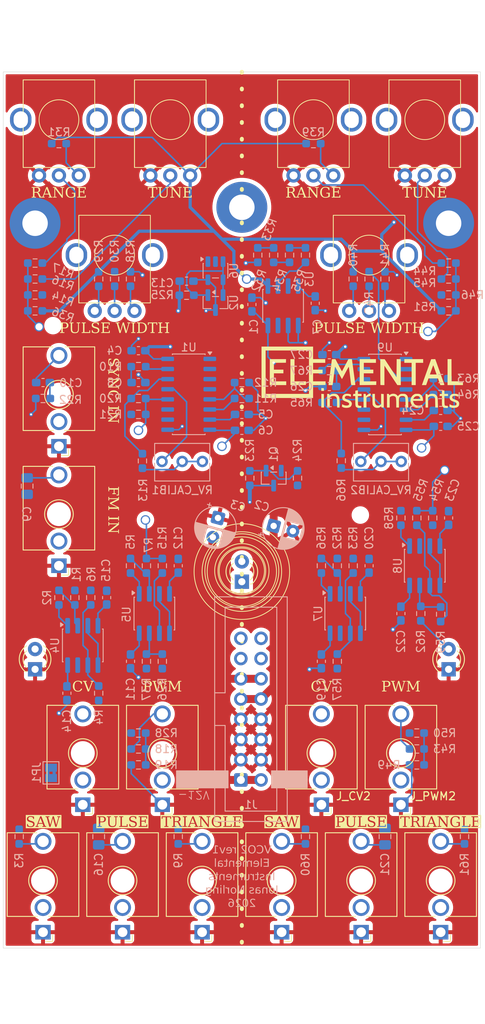
<source format=kicad_pcb>
(kicad_pcb (version 20241229) (generator "pcbnew") (generator_version "9.0")
  (layers (0 "F.Cu" power) (4 "In1.Cu" signal) (6 "In2.Cu" power) (2 "B.Cu" signal) (13 "F.Paste" user) (15 "B.Paste" user) (5 "F.SilkS" user "F.Silkscreen") (7 "B.SilkS" user "B.Silkscreen") (1 "F.Mask" user) (3 "B.Mask" user) (25 "Edge.Cuts" user))
  (net 0 "")
  (net 1 "-12V")
  (net 3 "GND")
  (net 4 "+12V")
  (net 5 "+5V")
  (net 9 "+2V5")
  (net 10 "Net-(R2-Pad1)")
  (net 15 "Net-(J_SAW1-PadT)")
  (net 18 "Net-(C8-Pad1)")
  (net 19 "Net-(C9-Pad2)")
  (net 20 "Net-(C9-Pad1)")
  (net 21 "Net-(C10-Pad1)")
  (net 22 "Net-(D1-K)")
  (net 23 "/Oscillator 1/TCAP")
  (net 24 "Net-(C16-Pad1)")
  (net 25 "Net-(J_CV1-PadT)")
  (net 26 "Net-(C16-Pad2)")
  (net 27 "Net-(J1-Pin_14)")
  (net 28 "Net-(J_PWM1-PadT)")
  (net 29 "Net-(J_TRI1-PadT)")
  (net 30 "BACKPLANE_CV")
  (net 31 "Net-(R5-Pad1)")
  (net 32 "ANTI_HANGUP")
  (net 33 "Net-(R13-Pad2)")
  (net 34 "/Oscillator 1/BW_COMP")
  (net 35 "Net-(R16-Pad1)")
  (net 36 "Net-(R17-Pad1)")
  (net 37 "Net-(U1-EXPO_SCALE)")
  (net 38 "Net-(Q1-B)")
  (net 39 "Net-(U4A--)")
  (net 40 "Net-(U4B--)")
  (net 41 "Net-(U5A--)")
  (net 42 "/Oscillator 1/HF_TRACK")
  (net 43 "Net-(R29-Pad1)")
  (net 44 "Net-(R30-Pad2)")
  (net 45 "Net-(R31-Pad1)")
  (net 46 "Net-(R32-Pad1)")
  (net 47 "Net-(R34-Pad2)")
  (net 48 "Net-(U5B--)")
  (net 49 "Net-(R18-Pad2)")
  (net 50 "Net-(U2-K)")
  (net 51 "Net-(R26-Pad1)")
  (net 52 "OPREF")
  (net 53 "Net-(R38-Pad1)")
  (net 54 "Net-(C21-Pad2)")
  (net 55 "Net-(C21-Pad1)")
  (net 56 "/Oscillator 2/TCAP")
  (net 57 "Net-(C26-Pad1)")
  (net 58 "Net-(D1-A)")
  (net 59 "Net-(J_CV2-PadT)")
  (net 61 "Net-(J_PWM2-PadT)")
  (net 63 "Net-(J_SAW2-PadT)")
  (net 65 "Net-(J_TRI2-PadT)")
  (net 67 "/SAW1")
  (net 68 "/PULSE1")
  (net 69 "/TRI1")
  (net 70 "/EXPO_FREQ1")
  (net 71 "/LIN_FREQ1")
  (net 72 "/PWM_CTRL1")
  (net 73 "Net-(R39-Pad1)")
  (net 74 "Net-(R40-Pad1)")
  (net 75 "Net-(R41-Pad2)")
  (net 76 "/PWM_CTRL2")
  (net 77 "Net-(R42-Pad1)")
  (net 78 "Net-(R43-Pad2)")
  (net 79 "/EXPO_FREQ2")
  (net 80 "Net-(R44-Pad1)")
  (net 81 "Net-(R45-Pad1)")
  (net 82 "Net-(U7A--)")
  (net 83 "/SAW2")
  (net 84 "/PULSE2")
  (net 85 "Net-(U7B--)")
  (net 86 "Net-(U8A--)")
  (net 87 "/TRI2")
  (net 88 "Net-(U8B--)")
  (net 89 "Net-(R56-Pad1)")
  (net 90 "Net-(R58-Pad1)")
  (net 91 "Net-(R59-Pad1)")
  (net 92 "/Oscillator 2/HF_TRACK")
  (net 93 "/Oscillator 2/LIN_FREQ")
  (net 94 "Net-(R66-Pad2)")
  (net 95 "/Oscillator 2/BW_COMP")
  (net 96 "Net-(U9-EXPO_SCALE)")
  (footprint "LED_THT:LED_D3.0mm" (layer "F.Cu") (at 110 104 90)
    (property "Reference" "D1" (hide yes))
    (property "Value" "LED diff")
  )
  (footprint "Pot:RV9012NO" (layer "F.Cu") (at 126 63 90)
    (property "Reference" "RV_PWM2" (hide yes))
    (property "Value" "20k")
  )
  (footprint "Connector_Audio:Jack_3.5mm_QingPu_WQP-PJ398SM_Vertical_CircularHoles" (layer "F.Cu") (at 90 132 180)
    (property "Reference" "J_CV1" (hide yes))
    (property "Value" "TS")
  )
  (footprint "Connector_Audio:Jack_3.5mm_QingPu_WQP-PJ398SM_Vertical_CircularHoles" (layer "F.Cu") (at 105 148 180)
    (property "Reference" "J_TRI1" (hide yes))
    (property "Value" "TS")
  )
  (footprint "Connector_Audio:Jack_3.5mm_QingPu_WQP-PJ398SM_Vertical_CircularHoles" (layer "F.Cu") (at 115 148 180)
    (property "Reference" "J_SAW2" (hide yes))
    (property "Value" "TS")
  )
  (footprint "Holes:MountingHole_3.2mm_M3_Pad" (layer "F.Cu") (at 84 59)
    (property "Reference" "H2" (hide yes))
    (property "Value" "MountingHole" (hide yes))
  )
  (footprint "Connector_Audio:Jack_3.5mm_QingPu_WQP-PJ398SM_Vertical_CircularHoles" (layer "F.Cu") (at 87 102 180)
    (property "Reference" "J_FM1" (hide yes))
    (property "Value" "TS")
  )
  (footprint "Holes:MountingHole_3.2mm_M3_Pad" (layer "F.Cu") (at 136 59)
    (property "Reference" "H3" (hide yes))
    (property "Value" "MountingHole" (hide yes))
  )
  (footprint "Connector_Audio:Jack_3.5mm_QingPu_WQP-PJ398SM_Vertical_CircularHoles" (layer "F.Cu") (at 87 87 180)
    (property "Reference" "J_SYNC1" (hide yes))
    (property "Value" "TS")
  )
  (footprint "elemental:elemental-25.4mm" (layer "F.Cu") (at 125 78.5)
    (property "Reference" "G***" (hide yes))
    (property "Value" "LOGO" (hide yes))
  )
  (footprint "LED_THT:LED_D3.0mm" (layer "F.Cu") (at 136 115 90)
    (property "Reference" "D3" (hide yes))
    (property "Value" "LED wave out")
  )
  (footprint "Connector_Audio:Jack_3.5mm_QingPu_WQP-PJ398SM_Vertical_CircularHoles" (layer "F.Cu") (at 135 148 180)
    (property "Reference" "J_TRI2" (hide yes))
    (property "Value" "TS")
  )
  (footprint "Connector_Audio:Jack_3.5mm_QingPu_WQP-PJ398SM_Vertical_CircularHoles" (layer "F.Cu") (at 100 132 180)
    (property "Reference" "J_PWM1" (hide yes))
    (property "Value" "TS")
  )
  (footprint "Pot:RV9012NO" (layer "F.Cu") (at 94 63 90)
    (property "Reference" "RV_PWM1" (hide yes))
    (property "Value" "20k")
  )
  (footprint "Pot:RV9012NO" (layer "F.Cu") (at 133 46 90)
    (property "Reference" "RV_TUNE2" (hide yes))
    (property "Value" "20k")
  )
  (footprint "Connector_Audio:Jack_3.5mm_QingPu_WQP-PJ398SM_Vertical_CircularHoles" (layer "F.Cu") (at 85 148 180)
    (property "Reference" "J_SAW1" (hide yes))
    (property "Value" "TS")
  )
  (footprint "Pot:RV9012NO" (layer "F.Cu") (at 119 46 90)
    (property "Reference" "RV_RANGE2" (hide yes))
    (property "Value" "20k")
  )
  (footprint "Connector_Audio:Jack_3.5mm_QingPu_WQP-PJ398SM_Vertical_CircularHoles" (layer "F.Cu") (at 130 132 180)
    (property "Reference" "J_PWM2")
    (property "Value" "TS")
  )
  (footprint "Connector_Audio:Jack_3.5mm_QingPu_WQP-PJ398SM_Vertical_CircularHoles" (layer "F.Cu") (at 95 148 180)
    (property "Reference" "J_PULSE1" (hide yes))
    (property "Value" "TS")
  )
  (footprint "Pot:RV9012NO" (layer "F.Cu") (at 101 46 90)
    (property "Reference" "RV_TUNE1" (hide yes))
    (property "Value" "20k")
  )
  (footprint "LED_THT:LED_D3.0mm" (layer "F.Cu") (at 84 115 90)
    (property "Reference" "D2" (hide yes))
    (property "Value" "LED wave out")
  )
  (footprint "Connector_Audio:Jack_3.5mm_QingPu_WQP-PJ398SM_Vertical_CircularHoles" (layer "F.Cu") (at 125 148 180)
    (property "Reference" "J_PULSE2" (hide yes))
    (property "Value" "TS")
  )
  (footprint "Holes:MountingHole_3.2mm_M3_Pad" (layer "F.Cu") (at 110 57)
    (property "Reference" "H1" (hide yes))
    (property "Value" "MountingHole" (hide yes))
  )
  (footprint "Connector_Audio:Jack_3.5mm_QingPu_WQP-PJ398SM_Vertical_CircularHoles" (layer "F.Cu") (at 120 132 180)
    (property "Reference" "J_CV2")
    (property "Value" "TS")
  )
  (footprint "Pot:RV9012NO" (layer "F.Cu") (at 87 46 90)
    (property "Reference" "RV_RANGE1" (hide yes))
    (property "Value" "20k")
  )
  (footprint "Resistor_SMD:R_0603_1608Metric_Pad0.98x0.95mm_HandSolder" (layer "B.Cu") (at 138 136 90)
    (property "Reference" "R61")
    (property "Value" "1k")
  )
  (footprint "Capacitor_SMD:C_0603_1608Metric_Pad1.08x0.95mm_HandSolder" (layer "B.Cu") (at 126 102 -90)
    (property "Reference" "C20")
    (property "Value" "100n")
  )
  (footprint "Resistor_SMD:R_0603_1608Metric_Pad0.98x0.95mm_HandSolder" (layer "B.Cu") (at 100 102 90)
    (property "Reference" "R15")
    (property "Value" "10k")
  )
  (footprint "Package_SO:SOIC-8_3.9x4.9mm_P1.27mm" (layer "B.Cu") (at 115.184379 69.360972 -90)
    (property "Reference" "U3")
    (property "Value" "TL072HxD")
  )
  (footprint "Capacitor_SMD:C_0603_1608Metric_Pad1.08x0.95mm_HandSolder" (layer "B.Cu") (at 103.049248 66.271878 180)
    (property "Reference" "C13")
    (property "Value" "100n")
  )
  (footprint "Capacitor_SMD:C_0603_1608Metric_Pad1.08x0.95mm_HandSolder" (layer "B.Cu") (at 136 96 -90)
    (property "Reference" "C23")
    (property "Value" "100n")
  )
  (footprint "Resistor_SMD:R_0603_1608Metric_Pad0.98x0.95mm_HandSolder" (layer "B.Cu") (at 135 108.0875 -90)
    (property "Reference" "R59")
    (property "Value" "39k")
  )
  (footprint "Resistor_SMD:R_0603_1608Metric_Pad0.98x0.95mm_HandSolder" (layer "B.Cu") (at 87 49 180)
    (property "Reference" "R31")
    (property "Value" "10k")
  )
  (footprint "elemental:elemental-4mm-mask" (layer "B.Cu") (at 100.089162 140.953928 180)
    (property "Reference" "G***" (hide yes))
    (property "Value" "LOGO" (hide yes))
  )
  (footprint "Resistor_SMD:R_0603_1608Metric_Pad0.98x0.95mm_HandSolder" (layer "B.Cu") (at 91 106 90)
    (property "Reference" "R6")
    (property "Value" "10k")
  )
  (footprint "Resistor_SMD:R_0603_1608Metric_Pad0.98x0.95mm_HandSolder" (layer "B.Cu") (at 100 114 -90)
    (property "Reference" "R26")
    (property "Value" "1k")
  )
  (footprint "Capacitor_SMD:C_0603_1608Metric_Pad1.08x0.95mm_HandSolder" (layer "B.Cu") (at 110 85)
    (property "Reference" "C6")
    (property "Value" "3.9n C0G")
  )
  (footprint "Resistor_SMD:R_0603_1608Metric_Pad0.98x0.95mm_HandSolder" (layer "B.Cu") (at 114 63 90)
    (property "Reference" "R32")
    (property "Value" "39k")
  )
  (footprint "Resistor_SMD:R_0603_1608Metric_Pad0.98x0.95mm_HandSolder" (layer "B.Cu") (at 122.5 88.814889 -90)
    (property "Reference" "R66")
    (property "Value" "20k")
  )
  (footprint "Resistor_SMD:R_0603_1608Metric_Pad0.98x0.95mm_HandSolder" (layer "B.Cu") (at 118 136 90)
    (property "Reference" "R60")
    (property "Value" "1k")
  )
  (footprint "Resistor_SMD:R_0603_1608Metric_Pad0.98x0.95mm_HandSolder" (layer "B.Cu") (at 121 81.5)
    (property "Reference" "R65")
    (property "Value" "499k")
  )
  (footprint "Holes:TP_0.9mm" (layer "B.Cu") (at 133.40448 72.584424 180)
    (property "Reference" "TP7" (hide yes))
    (property "Value" "TestPoint_Alt")
  )
  (footprint "Resistor_SMD:R_0603_1608Metric_Pad0.98x0.95mm_HandSolder" (layer "B.Cu") (at 85 81 180)
    (property "Reference" "R22")
    (property "Value" "10k")
  )
  (footprint "Resistor_SMD:R_0603_1608Metric_Pad0.98x0.95mm_HandSolder" (layer "B.Cu") (at 94 66 90)
    (property "Reference" "R38")
    (property "Value" "49k9")
  )
  (footprint "Resistor_SMD:R_0603_1608Metric_Pad0.98x0.95mm_HandSolder" (layer "B.Cu") (at 84 70)
    (property "Reference" "R36")
    (property "Value" "32k")
  )
  (footprint "Potentiometer_THT:Potentiometer_Bourns_3266Y_Vertical" (layer "B.Cu") (at 124.96 88.91 180)
    (property "Reference" "RV_CALIB2")
    (property "Value" "10k 3266Y-103")
  )
  (footprint "Resistor_SMD:R_0603_1608Metric_Pad0.98x0.95mm_HandSolder" (layer "B.Cu") (at 124 66 90)
    (property "Reference" "R40")
    (property "Value" "20k")
  )
  (footprint "Package_SO:SOIC-8_3.9x4.9mm_P1.27mm" (layer "B.Cu") (at 123 108 -90)
    (property "Reference" "U7")
    (property "Value" "TL072HxD")
  )
  (footprint "Resistor_SMD:R_0603_1608Metric_Pad0.98x0.95mm_HandSolder" (layer "B.Cu") (at 87 106 90)
    (property "Reference" "R2")
    (property "Value" "39k")
  )
  (footprint "Resistor_SMD:R_0603_1608Metric_Pad0.98x0.95mm_HandSolder" (layer "B.Cu") (at 119 49 180)
    (property "Reference" "R39")
    (property "Value" "10k")
  )
  (footprint "Resistor_SMD:R_0603_1608Metric_Pad0.98x0.95mm_HandSolder" (layer "B.Cu") (at 97 83)
    (property "Reference" "R21")
    (property "Value" "499k")
  )
  (footprint "Resistor_SMD:R_0603_1608Metric_Pad0.98x0.95mm_HandSolder" (layer "B.Cu") (at 110 79)
    (property "Reference" "R12")
    (property "Value" "4k3")
  )
  (footprint "Resistor_SMD:R_0603_1608Metric_Pad0.98x0.95mm_HandSolder" (layer "B.Cu") (at 96 102 90)
    (property "Reference" "R5")
    (property "Value" "39k")
  )
  (footprint "Resistor_SMD:R_0603_1608Metric_Pad0.98x0.95mm_HandSolder" (layer "B.Cu") (at 136 68)
    (property "Reference" "R46")
    (property "Value" "49k9")
  )
  (footprint "Resistor_SMD:R_0603_1608Metric_Pad0.98x0.95mm_HandSolder" (layer "B.Cu") (at 111 91 90)
    (property "Reference" "R23")
    (property "Value" "DNP")
  )
  (footprint "Resistor_SMD:R_0603_1608Metric_Pad0.98x0.95mm_HandSolder" (layer "B.Cu") (at 82 136 90)
    (property "Reference" "R3")
    (property "Value" "1k")
  )
  (footprint "Jumper:SolderJumper-2_P1.3mm_Bridged2Bar_Pad1.0x1.5mm" (layer "B.Cu") (at 86 128 -90)
    (property "Reference" "JP1")
    (property "Value" "jumper")
  )
  (footprint "Capacitor_SMD:C_0603_1608Metric_Pad1.08x0.95mm_HandSolder" (layer "B.Cu") (at 97 79)
    (property "Reference" "C8")
    (property "Value" "10n")
  )
  (footprint "Capacitor_SMD:C_0603_1608Metric_Pad1.08x0.95mm_HandSolder" (layer "B.Cu") (at 120 114 -90)
    (property "Reference" "C19")
    (property "Value" "100n")
  )
  (footprint "Resistor_SMD:R_0603_1608Metric_Pad0.98x0.95mm_HandSolder" (layer "B.Cu") (at 124 102 90)
    (property "Reference" "R53")
    (property "Value" "10k")
  )
  (footprint "Resistor_SMD:R_0603_1608Metric_Pad0.98x0.95mm_HandSolder" (layer "B.Cu") (at 132 127)
    (property "Reference" "R49")
    (property "Value" "49k9")
  )
  (footprint "Resistor_SMD:R_0603_1608Metric_Pad0.98x0.95mm_HandSolder" (layer "B.Cu") (at 97 77 180)
    (property "Reference" "R10")
    (property "Value" "270")
  )
  (footprint "Capacitor_SMD:C_0603_1608Metric_Pad1.08x0.95mm_HandSolder" (layer "B.Cu") (at 97 75 180)
    (property "Reference" "C4")
    (property "Value" "100n X7R")
  )
  (footprint "Capacitor_SMD:C_0603_1608Metric_Pad1.08x0.95mm_HandSolder" (layer "B.Cu") (at 88 118 -90)
    (property "Reference" "C14")
    (property "Value" "100n")
  )
  (footprint "Capacitor_SMD:C_0603_1608Metric_Pad1.08x0.95mm_HandSolder" (layer "B.Cu") (at 110 83)
    (property "Reference" "C5")
    (property "Value" "100n X7R")
  )
  (footprint "Resistor_SMD:R_0603_1608Metric_Pad0.98x0.95mm_HandSolder" (layer "B.Cu") (at 134 96 90)
    (property "Reference" "R54")
    (property "Value" "10k")
  )
  (footprint "Resistor_SMD:R_0603_1608Metric_Pad0.98x0.95mm_HandSolder" (layer "B.Cu") (at 118 63 90)
    (property "Reference" "R35")
    (property "Value" "10k")
  )
  (footprint "Capacitor_SMD:C_0805_2012Metric_Pad1.18x1.45mm_HandSolder" (layer "B.Cu") (at 83 92 -90)
    (property "Reference" "C9")
    (property "Value" "2.2u")
  )
  (footprint "Resistor_SMD:R_0603_1608Metric_Pad0.98x0.95mm_HandSolder" (layer "B.Cu") (at 98 114 -90)
    (property "Reference" "R37")
    (property "Value" "39k")
  )
  (footprint "Holes:TP_0.9mm" (layer "B.Cu") (at 97 85 180)
    (property "Reference" "TP4" (hide yes))
    (property "Value" "TestPoint_Alt")
  )
  (footprint "Resistor_SMD:R_0603_1608Metric_Pad0.98x0.95mm_HandSolder" (layer "B.Cu") (at 97 125)
    (property "Reference" "R18")
    (property "Value" "49k9")
  )
  (footprint "Eurorack:IDC-Header_2x08_P2.54mm_Vertical" (layer "B.Cu") (at 109.875 128.89)
    (property "Reference" "J1")
    (property "Value" "Conn_02x08_Odd_Even")
  )
  (footprint "Resistor_SMD:R_0603_1608Metric_Pad0.98x0.95mm_HandSolder" (layer "B.Cu") (at 126 66 90)
    (property "Reference" "R42")
    (property "Value" "49k9")
  )
  (footprint "Resistor_SMD:R_0603_1608Metric_Pad0.98x0.95mm_HandSolder" (layer "B.Cu") (at 92 118 90)
    (property "Reference" "R4")
    (property "Value" "39k")
  )
  (footprint "Holes:TP_0.9mm" (layer "B.Cu") (at 97.879782 96.249958 180)
    (property "Reference" "TP1" (hide yes))
    (property "Value" "TestPoint_Alt")
  )
  (footprint "Resistor_SMD:R_0603_1608Metric_Pad0.98x0.95mm_HandSolder" (layer "B.Cu") (at 112 63 -90)
    (property "Reference" "R33")
    (property "Value" "39k")
  )
  (footprint "Package_TO_SOT_SMD:SOT-23" (layer "B.Cu") (at 106.683716 68.958054 -90)
    (property "Reference" "U2")
    (property "Value" "TL431BCDBZ")
  )
  (footprint "Resistor_SMD:R_0603_1608Metric_Pad0.98x0.95mm_HandSolder" (layer "B.Cu") (at 132 125)
    (property "Reference" "R43")
    (property "Value" "49k9")
  )
  (footprint "Resistor_SMD:R_0603_1608Metric_Pad0.98x0.95mm_HandSolder" (layer "B.Cu") (at 110 81 180)
    (property "Reference" "R11")
    (property "Value" "267k")
  )
  (footprint "Package_SO:SOIC-8_3.9x4.9mm_P1.27mm" (layer "B.Cu") (at 133 102 -90)
    (property "Reference" "U8")
    (property "Value" "TL072HxD")
  )
  (footprint "Capacitor_SMD:C_0805_2012Metric_Pad1.18x1.45mm_HandSolder" (layer "B.Cu") (at 128 136 -90)
    (property "Reference" "C21")
    (property "Value" "100n")
  )
  (footprint "Resistor_SMD:R_0603_1608Metric_Pad0.98x0.95mm_HandSolder" (layer "B.Cu") (at 136 70 180)
    (property "Reference" "R51")
    (property "Value" "32k")
  )
  (footprint "Resistor_SMD:R_0603_1608Metric_Pad0.98x0.95mm_HandSolder" (layer "B.Cu") (at 132.5 108 -90)
    (property "Reference" "R62")
    (property "Value" "1k")
  )
  (footprint "Resistor_SMD:R_0603_1608Metric_Pad0.98x0.95mm_HandSolder" (layer "B.Cu") (at 136 64)
    (property "Reference" "R44")
    (property "Value" "10k")
  )
  (footprint "Resistor_SMD:R_0603_1608Metric_Pad0.98x0.95mm_HandSolder" (layer "B.Cu") (at 136 66)
    (property "Reference" "R45")
    (property "Value" "250k")
  )
  (footprint "Resistor_SMD:R_0603_1608Metric_Pad0.98x0.95mm_HandSolder" (layer "B.Cu") (at 96 66 -90)
    (property "Reference" "R30")
    (property "Value" "1k")
  )
  (footprint "Resistor_SMD:R_0603_1608Metric_Pad0.98x0.95mm_HandSolder" (layer "B.Cu") (at 89 106 90)
    (property "Reference" "R1")
    (property "Value" "10k")
  )
  (footprint "Resistor_SMD:R_0603_1608Metric_Pad0.98x0.95mm_HandSolder" (layer "B.Cu") (at 122 102 90)
    (property "Reference" "R52")
    (property "Value" "10k")
  )
  (footprint "Resistor_SMD:R_0603_1608Metric_Pad0.98x0.95mm_HandSolder" (layer "B.Cu") (at 97 127)
    (property "Reference" "R19")
    (property "Value" "49k9")
  )
  (footprint "Resistor_SMD:R_0603_1608Metric_Pad0.98x0.95mm_HandSolder" (layer "B.Cu") (at 98 102 90)
    (property "Reference" "R7")
    (property "Value" "10k")
  )
  (footprint "Capacitor_SMD:C_0603_1608Metric_Pad1.08x0.95mm_HandSolder" (layer "B.Cu") (at 119.224632 69.049506 90)
    (property "Reference" "C7")
    (property "Value" "100n")
  )
  (footprint "Resistor_SMD:R_0603_1608Metric_Pad0.98x0.95mm_HandSolder" (layer "B.Cu") (at 102 136 90)
    (property "Reference" "R9")
    (property "Value" "1k")
  )
  (footprint "Capacitor_SMD:C_0603_1608Metric_Pad1.08x0.95mm_HandSolder" (layer "B.Cu") (at 85 79)
    (property "Reference" "C10")
    (property "Value" "10n")
  )
  (footprint "Resistor_SMD:R_0603_1608Metric_Pad0.98x0.95mm_HandSolder" (layer "B.Cu") (at 97 123 180)
    (property "Reference" "R28")
    (property "Value" "49k9")
  )
  (footprint "Package_SO:STC_SOP-16_3.9x9.9mm_P1.27mm" (layer "B.Cu") (at 103.321151 80.476082 180)
    (property "Reference" "U1")
    (property "Value" "SSI2131")
  )
  (footprint "Capacitor_SMD:C_0603_1608Metric_Pad1.08x0.95mm_HandSolder" (layer "B.Cu") (at 96 114 -90)
    (property "Reference" "C11")
    (property "Value" "100n")
  )
  (footprint "Package_SO:STC_SOP-16_3.9x9.9mm_P1.27mm" (layer "B.Cu") (at 128 80.5 180)
    (property "Reference" "U9")
    (property "Value" "SSI2131")
  )
  (footprint "Resistor_SMD:R_0603_1608Metric_Pad0.98x0.95mm_HandSolder" (layer "B.Cu") (at 121 77.5)
    (property "Reference" "R67")
    (property "Value" "270")
  )
  (footprint "Resistor_SMD:R_0603_1608Metric_Pad0.98x0.95mm_HandSolder" (layer "B.Cu") (at 135 80.5 180)
    (property "Reference" "R64")
    (property "Value" "267k")
  )
  (footprint "Capacitor_THT:CP_Radial_D5.0mm_P2.50mm" (layer "B.Cu") (at 107 96 -105)
    (property "Reference" "C3")
    (property "Value" "10u")
  )
  (footprint "Capacitor_SMD:C_0603_1608Metric_Pad1.08x0.95mm_HandSolder" (layer "B.Cu") (at 111.264503 69.203067 90)
    (property "Reference" "C1")
    (property "Value" "100n")
  )
  (footprint "Resistor_SMD:R_0603_1608Metric_Pad0.98x0.95mm_HandSolder" (layer "B.Cu") (at 132 123 180)
    (property "Reference" "R50")
    (property "Value" "49k9")
  )
  (footprint "Holes:TP_0.9mm" (layer "B.Cu") (at 135.5 90 180)
    (property "Reference" "TP9" (hide yes))
    (property "Value" "TestPoint_Alt")
  )
  (footprint "Holes:TP_0.9mm" (layer "B.Cu") (at 107.5 87 180)
    (property "Reference" "TP6" (hide yes))
    (property "Value" "TestPoint_Alt")
  )
  (footprint "Resistor_SMD:R_0603_1608Metric_Pad0.98x0.95mm_HandSolder" (layer "B.Cu") (at 92 66 90)
    (property "Reference" "R29")
    (property "Value" "20k")
  )
  (footprint "Potentiometer_THT:Potentiometer_Bourns_3266Y_Vertical" (layer "B.Cu") (at 99.96 88.91 180)
    (property "Reference" "RV_CALIB1")
    (property "Value" "10k 3266Y-103")
  )
  (footprint "Resistor_SMD:R_0603_1608Metric_Pad0.98x0.95mm_HandSolder" (layer "B.Cu") (at 122 114 90)
    (property "Reference" "R57")
    (property "Value" "39k")
  )
  (footprint "Resistor_SMD:R_0603_1608Metric_Pad0.98x0.95mm_HandSolder" (layer "B.Cu") (at 120 102 90)
    (property "Reference" "R56")
    (property "Value" "39k")
  )
  (footprint "Capacitor_SMD:C_0603_1608Metric_Pad1.08x0.95mm_HandSolder" (layer "B.Cu") (at 102 102 -90)
    (property "Reference" "C12")
    (property "Value" "100n")
  )
  (footprint "Resistor_SMD:R_0603_1608Metric_Pad0.98x0.95mm_HandSolder" (layer "B.Cu") (at 117 91 -90)
    (property "Reference" "R24")
    (property "Value" "DNP")
  )
  (footprint "Resistor_SMD:R_0603_1608Metric_Pad0.98x0.95mm_HandSolder" (layer "B.Cu") (at 84 68 180)
    (property "Reference" "R14")
    (property "Value" "49k9")
  )
  (footprint "Capacitor_SMD:C_0603_1608Metric_Pad1.08x0.95mm_HandSolder" (layer "B.Cu") (at 121 79.5 180)
    (property "Reference" "C26")
    (property "Value" "10n")
  )
  (footprint "Capacitor_SMD:C_0603_1608Metric_Pad1.08x0.95mm_HandSolder" (layer "B.Cu") (at 135 82.5)
    (property "Reference" "C24")
    (property "Value" "100n X7R")
  )
  (footprint "Capacitor_SMD:C_0603_1608Metric_Pad1.08x0.95mm_HandSolder" (layer "B.Cu") (at 121 75.5 180)
    (property "Reference" "C27")
    (property "Value" "100n X7R")
  )
  (footprint "Resistor_SMD:R_0603_1608Metric_Pad0.98x0.95mm_HandSolder" (layer "B.Cu") (at 116 63 90)
    (property "Reference" "R34")
    (property "Value" "10k")
  )
  (footprint "Resistor_SMD:R_0603_1608Metric_Pad0.98x0.95mm_HandSolder" (layer "B.Cu") (at 135 78.5)
    (property "Reference" "R63")
    (property "Value" "4k3")
  )
  (footprint "Resistor_SMD:R_0603_1608Metric_Pad0.98x0.95mm_HandSolder" (layer "B.Cu") (at 84 66 180)
    (property "Reference" "R16")
    (property "Value" "250k")
  )
  (footprint "Package_SO:SOIC-8_3.9x4.9mm_P1.27mm" (layer "B.Cu") (at 90 112 -90)
    (property "Reference" "U4")
    (property "Value" "TL072HxD")
  )
  (footprint "Package_TO_SOT_SMD:SOT-23-5" (layer "B.Cu") (at 106.683716 64.958054 -90)
    (property "Reference" "U6")
    (property "Value" "TL431BCDBV")
  )
  (footprint "Resistor_SMD:R_0603_1608Metric_Pad0.98x0.95mm_HandSolder" (layer "B.Cu") (at 97.5 88.84008 -90)
    (property "Reference" "R13")
    (property "Value" "20k")
  )
  (footprint "Holes:TP_0.9mm" (layer "B.Cu") (at 84.5 72 180)
    (property "Reference" "TP2" (hide yes))
    (property "Value" "TestPoint_Alt")
  )
  (footprint "Resistor_SMD:R_0603_1608Metric_Pad0.98x0.95mm_HandSolder" (layer "B.Cu") (at 103.050796 68.036128 180)
    (property "Reference" "R25")
    (property "Value" "1k")
  )
  (footprint "Resistor_SMD:R_0603_1608Metric_Pad0.98x0.95mm_HandSolder" (layer "B.Cu") (at 132 96 90)
    (property "Reference" "R55")
    (property "Value" "10k")
  )
  (footprint "Package_SO:SOIC-8_3.9x4.9mm_P1.27mm" (layer "B.Cu") (at 99 108 -90)
    (property "Reference" "U5")
    (property "Value" "TL072HxD")
  )
  (footprint "Holes:TP_0.9mm" (layer "B.Cu") (at 110.610577 66.005586 180)
    (property "Reference" "TP3" (hide yes))
    (property "Value" "TestPoint_Alt")
  )
  (footprint "Capacitor_SMD:C_0603_1608Metric_Pad1.08x0.95mm_HandSolder" (layer "B.Cu") (at 135 84.5)
    (property "Reference" "C25")
    (property "Value" "3.9n C0G")
  )
  (footprint "Resistor_SMD:R_0603_1608Metric_Pad0.98x0.95mm_HandSolder" (layer "B.Cu") (at 97 81)
    (property "Reference" "R20")
    (property "Value" "499k")
  )
  (footprint "Resistor_SMD:R_0603_1608Metric_Pad0.98x0.95mm_HandSolder" (layer "B.Cu") (at 84 64 180)
    (property "Reference" "R17")
    (property "Value" "10k")
  )
  (footprint "Holes:TP_0.9mm" (layer "B.Cu") (at 132.602346 87.202825 180)
    (property "Reference" "TP10" (hide yes))
    (property "Value" "TestPoint_Alt")
  )
  (footprint "Capacitor_SMD:C_0805_2012Metric_Pad1.18x1.45mm_HandSolder" (layer "B.Cu") (at 92 136 -90)
    (property "Reference" "C16")
    (property "Value" "100n")
  )
  (footprint "Resistor_SMD:R_0603_1608Metric_Pad0.98x0.95mm_HandSolder" (layer "B.Cu") (at 128 66 -90)
    (property "Reference" "R41")
    (property "Value" "1k")
  )
  (footprint "Capacitor_THT:CP_Radial_D5.0mm_P2.50mm" (layer "B.Cu") (at 114 97 -15)
    (property "Reference" "C2")
    (property "Value" "10u")
  )
  (footprint "Capacitor_SMD:C_0603_1608Metric_Pad1.08x0.95mm_HandSolder" (layer "B.Cu") (at 130 108 -90)
    (property "Reference" "C22")
    (property "Value" "100n")
  )
  (footprint "Capacitor_SMD:C_0603_1608Metric_Pad1.08x0.95mm_HandSolder" (layer "B.Cu") (at 93 106 -90)
    (property "Reference" "C15")
    (property "Value" "100n")
  )
  (footprint "Package_TO_SOT_SMD:SOT-23" (layer "B.Cu") (at 114 91 -90)
    (property "Reference" "Q1")
    (property "Value" "DNP")
  )
  (footprint "Resistor_SMD:R_0603_1608Metric_Pad0.98x0.95mm_HandSolder" (layer "B.Cu") (at 130 96 90)
    (property "Reference" "R58")
    (property "Value" "39k")
  )
  (gr_circle (center 110 102.73) (end 116 103) (stroke (width 0.1)) (fill no) (layer "F.SilkS"))
  (gr_circle (center 110 102.73) (end 114 101) (stroke (width 0.1)) (fill no) (layer "F.SilkS"))
  (gr_circle (center 110 102.63434) (end 114 105) (stroke (width 0.1)) (fill no) (layer "F.SilkS"))
  (gr_line (start 110 40) (end 110 150) (stroke (width 0.5) (type dot)) (layer "F.SilkS"))
  (gr_circle (center 110 102.63434) (end 107 102.63434) (stroke (width 0.1)) (fill no) (layer "F.SilkS"))
  (gr_circle (center 110 102.63434) (end 111.08 100) (stroke (width 0.1)) (fill no) (layer "F.SilkS"))
  (gr_circle (center 110 102.73) (end 115 102.73) (stroke (width 0.1)) (fill no) (layer "F.SilkS"))
  (gr_circle (center 110 102.63434) (end 107 101) (stroke (width 0.1)) (fill no) (layer "F.SilkS"))
  (gr_rect (start 80 40) (end 140 150) (stroke (width 0.05)) (fill no) (layer "Edge.Cuts"))
  (gr_text "CV" (at 90 118 0) (layer "F.SilkS") (effects (font (size 1.3 1.3) (thickness 0.1)) (justify bottom)))
  (gr_text "PULSE WIDTH" (at 94 73 0) (layer "F.SilkS") (effects (font (size 1.3 1.3) (thickness 0.1)) (justify bottom)))
  (gr_text "FM IN" (at 93 95 270) (layer "F.SilkS") (effects (font (size 1.3 1.3) (thickness 0.1)) (justify bottom)))
  (gr_text "PULSE WIDTH" (at 126 73 0) (layer "F.SilkS") (effects (font (size 1.3 1.3) (thickness 0.1)) (justify bottom)))
  (gr_text "SAW" (at 115 135 0) (layer "F.SilkS" knockout) (effects (font (size 1.3 1.3) (thickness 0.1)) (justify bottom)))
  (gr_text "TUNE" (at 101 56 0) (layer "F.SilkS") (effects (font (size 1.3 1.3) (thickness 0.1)) (justify bottom)))
  (gr_text "RANGE" (at 119 56 0) (layer "F.SilkS") (effects (font (size 1.3 1.3) (thickness 0.1)) (justify bottom)))
  (gr_text "SYNC IN" (at 93 80 270) (layer "F.SilkS") (effects (font (size 1.3 1.3) (thickness 0.1)) (justify bottom)))
  (gr_text "TUNE" (at 133 56 0) (layer "F.SilkS") (effects (font (size 1.3 1.3) (thickness 0.1)) (justify bottom)))
  (gr_text "PWM" (at 100 118 0) (layer "F.SilkS") (effects (font (size 1.3 1.3) (thickness 0.1)) (justify bottom)))
  (gr_text "SAW" (at 85 135 0) (layer "F.SilkS" knockout) (effects (font (size 1.3 1.3) (thickness 0.1)) (justify bottom)))
  (gr_text "PULSE" (at 95 135 0) (layer "F.SilkS" knockout) (effects (font (size 1.3 1.3) (thickness 0.1)) (justify bottom)))
  (gr_text "PULSE" (at 125 135 0) (layer "F.SilkS" knockout) (effects (font (size 1.3 1.3) (thickness 0.1)) (justify bottom)))
  (gr_text "PWM" (at 130 118 0) (layer "F.SilkS") (effects (font (size 1.3 1.3) (thickness 0.1)) (justify bottom)))
  (gr_text "RANGE" (at 87 56 0) (layer "F.SilkS") (effects (font (size 1.3 1.3) (thickness 0.1)) (justify bottom)))
  (gr_text "CV" (at 120 118 0) (layer "F.SilkS") (effects (font (size 1.3 1.3) (thickness 0.1)) (justify bottom)))
  (gr_text "TRIANGLE" (at 105 135 0) (layer "F.SilkS" knockout) (effects (font (size 1.3 1.3) (thickness 0.1)) (justify bottom)))
  (gr_text "TRIANGLE" (at 135 135 0) (layer "F.SilkS" knockout) (effects (font (size 1.3 1.3) (thickness 0.1)) (justify bottom)))
  (gr_text "VCO2 rev1\nElemental\nInstruments\nJonas Norling\n2026" (at 110 145 0) (layer "B.SilkS") (effects (font (size 1 1) (thickness 0.125)) (justify bottom mirror)))
  (segment (start 107.39 128.89) (end 106.299 127.799) (width 1) (layer "F.Cu") (net 1))
  (segment (start 106.299 127.799) (end 106.299001 98.468767) (width 1) (layer "F.Cu") (net 1))
  (segment (start 109.875 128.89) (end 107.39 128.89) (width 1) (layer "F.Cu") (net 1))
  (segment (start 106.299001 98.468767) (end 106.352952 98.414816) (width 1) (layer "F.Cu") (net 1))
  (segment (start 112.415 128.89) (end 109.875 128.89) (width 1) (layer "F.Cu") (net 1))
  (segment (start 124.905 105.525) (end 124.905 103.9575) (width 0.2) (layer "B.Cu") (net 1))
  (segment (start 91.905 109.525) (end 91.905 107.9575) (width 0.2) (layer "B.Cu") (net 1))
  (segment (start 130.65 83.675) (end 132.9625 83.675) (width 0.2) (layer "B.Cu") (net 1))
  (segment (start 108.486418 83.651082) (end 109.1375 83) (width 0.2) (layer "B.Cu") (net 1))
  (segment (start 118.390413 68.187006) (end 119.224632 68.187006) (width 0.2) (layer "B.Cu") (net 1))
  (segment (start 117.089379 66.885972) (end 118.390413 68.187006) (width 0.2) (layer "B.Cu") (net 1))
  (segment (start 124.905 103.9575) (end 126 102.8625) (width 0.2) (layer "B.Cu") (net 1))
  (segment (start 134.905 97.9575) (end 136 96.8625) (width 0.2) (layer "B.Cu") (net 1))
  (segment (start 100.905 103.9575) (end 102 102.8625) (width 0.2) (layer "B.Cu") (net 1))
  (segment (start 134.905 99.525) (end 134.905 97.9575) (width 0.2) (layer "B.Cu") (net 1))
  (segment (start 105.971151 83.651082) (end 108.486418 83.651082) (width 0.2) (layer "B.Cu") (net 1))
  (segment (start 91.905 107.9575) (end 93 106.8625) (width 0.2) (layer "B.Cu") (net 1))
  (segment (start 100.905 105.525) (end 100.905 103.9575) (width 0.2) (layer "B.Cu") (net 1))
  (segment (start 132.9625 83.675) (end 134.1375 82.5) (width 0.2) (layer "B.Cu") (net 1))
  (via (at 102.5 84.5) (size 0.5) (drill 0.25) (layers "F.Cu" "B.Cu") (net 3))
  (via (at 87 120.5) (size 0.6) (drill 0.3) (layers "F.Cu" "B.Cu") (net 3))
  (via (at 129 110) (size 0.6) (drill 0.3) (layers "F.Cu" "B.Cu") (net 3))
  (via (at 105.5 70) (size 0.5) (drill 0.25) (layers "F.Cu" "B.Cu") (net 3))
  (via (at 120.5 70) (size 0.5) (drill 0.25) (layers "F.Cu" "B.Cu") (net 3))
  (via (at 129.5 65.5) (size 0.5) (drill 0.25) (layers "F.Cu" "B.Cu") (net 3))
  (via (at 127.5 84.5) (size 0.5) (drill 0.25) (layers "F.Cu" "B.Cu") (net 3))
  (via (at 121 74) (size 0.5) (drill 0.25) (layers "F.Cu" "B.Cu") (net 3))
  (via (at 97 73.5) (size 0.5) (drill 0.25) (layers "F.Cu" "B.Cu") (net 3))
  (via (at 137.5 83.5) (size 0.5) (drill 0.25) (layers "F.Cu" "B.Cu") (net 3))
  (via (at 97.5 65.5) (size 0.6) (drill 0.3) (layers "F.Cu" "B.Cu") (net 3))
  (via (at 118.5 115) (size 0.6) (drill 0.3) (layers "F.Cu" "B.Cu") (net 3))
  (via (at 113 69) (size 0.6) (drill 0.3) (layers "F.Cu" "B.Cu") (net 3))
  (via (at 110.5 64) (size 0.6) (drill 0.3) (layers "F.Cu" "B.Cu") (net 3))
  (via (at 118 74) (size 0.6) (drill 0.3) (layers "F.Cu" "B.Cu") (net 3))
  (via (at 83.5 83) (size 0.5) (drill 0.25) (layers "F.Cu" "B.Cu") (net 3))
  (via (at 97 116) (size 0.6) (drill 0.3) (layers "F.Cu" "B.Cu") (net 3))
  (via (at 113 83.5) (size 0.5) (drill 0.25) (layers "F.Cu" "B.Cu") (net 3))
  (via (at 97 78) (size 0.6) (drill 0.3) (layers "F.Cu" "B.Cu") (net 3))
  (via (at 118 80) (size 0.6) (drill 0.3) (layers "F.Cu" "B.Cu") (net 3))
  (segment (start 106.683716 67.045554) (end 106.683716 69.895554) (width 0.2) (layer "B.Cu") (net 3))
  (segment (start 136.5 82.5) (end 137.5 83.5) (width 0.2) (layer "B.Cu") (net 3))
  (segment (start 131.366 130.634) (end 130 132) (width 0.2) (layer "B.Cu") (net 3))
  (segment (start 136.701 79.2885) (end 136.701 82.701) (width 0.2) (layer "B.Cu") (net 3))
  (segment (start 105.733716 66.095554) (end 106.683716 67.045554) (width 0.2) (layer "B.Cu") (net 3))
  (segment (start 135.8625 82.5) (end 136.5 82.5) (width 0.2) (layer "B.Cu") (net 3))
  (segment (start 96.1375 74.3625) (end 97 73.5) (width 0.2) (layer "B.Cu") (net 3))
  (segment (start 117.089379 73.910621) (end 117 74) (width 0.2) (layer "B.Cu") (net 3))
  (segment (start 97.8625 78.8625) (end 97 78) (width 0.2) (layer "B.Cu") (net 3))
  (segment (start 97.8625 79) (end 98.009582 79.147082) (width 0.2) (layer "B.Cu") (net 3))
  (segment (start 115.819379 71.835972) (end 115.819379 73.819379) (width 0.2) (layer "B.Cu") (net 3))
  (segment (start 110.8625 85) (end 111.5 85) (width 0.2) (layer "B.Cu") (net 3))
  (segment (start 111.5 85) (end 113 83.5) (width 0.2) (layer "B.Cu") (net 3))
  (segment (start 111.264503 68.340567) (end 112.340567 68.340567) (width 0.2) (layer "B.Cu") (net 3))
  (segment (start 118.5 79.5) (end 118 80) (width 0.2) (layer "B.Cu") (net 3))
  (segment (start 96 115) (end 97 116) (width 0.2) (layer "B.Cu") (net 3))
  (segment (start 84.0875 81) (end 84.0875 82.4125) (width 0.2) (layer "B.Cu") (net 3))
  (segment (start 120.1375 74.8625) (end 121 74) (width 0.2) (layer "B.Cu") (net 3))
  (segment (start 112 82.5) (end 113 83.5) (width 0.2) (layer "B.Cu") (net 3))
  (segment (start 97.0875 65.0875) (end 97.5 65.5) (width 0.2) (layer "B.Cu") (net 3))
  (segment (start 128 65.0875) (end 129.0875 65.0875) (width 0.2) (layer "B.Cu") (net 3))
  (segment (start 96.0875 127) (end 96.0875 128.0875) (width 0.2) (layer "B.Cu") (net 3))
  (segment (start 117.089379 71.835972) (end 117.089379 73.910621) (width 0.2) (layer "B.Cu") (net 3))
  (segment (start 117.089379 73.910621) (end 117.178758 74) (width 0.2) (layer "B.Cu") (net 3))
  (segment (start 105.733716 66.095554) (end 104.088072 66.095554) (width 0.2) (layer "B.Cu") (net 3))
  (segment (start 102.078918 84.921082) (end 102.5 84.5) (width 0.2) (layer "B.Cu") (net 3))
  (segment (start 131.0875 127) (end 131.366 127.2785) (width 0.2) (layer "B.Cu") (net 3))
  (segment (start 130 109) (end 129 110) (width 0.2) (layer "B.Cu") (net 3))
  (segment (start 130 108.8625) (end 130 109) (width 0.2) (layer "B.Cu") (net 3))
  (segment (start 100.671151 84.921082) (end 102.078918 84.921082) (width 0.2) (layer "B.Cu") (net 3))
  (segment (start 105.604446 69.895554) (end 105.5 70) (width 0.2) (layer "B.Cu") (net 3))
  (segment (start 112 63.9125) (end 110.5875 63.9125) (width 0.2) (layer "B.Cu") (net 3))
  (segment (start 129.0875 65.0875) (end 129.5 65.5) (width 0.2) (layer "B.Cu") (net 3))
  (segment (start 112.340567 68.340567) (end 113 69) (width 0.2) (layer "B.Cu") (net 3))
  (segment (start 119.224632 69.912006) (end 120.412006 69.912006) (width 0.2) (layer "B.Cu") (net 3))
  (segment (start 136.701 82.701) (end 137.5 83.5) (width 0.2) (layer "B.Cu") (net 3))
  (segment (start 88 118.8625) (end 88 119.5) (width 0.2) (layer "B.Cu") (net 3))
  (segment (start 118.6375 114.8625) (end 118.5 115) (width 0.2) (layer "B.Cu") (net 3))
  (segment (start 111.5 83) (end 110.8625 83) (width 0.2) (layer "B.Cu") (net 3))
  (segment (start 120.1375 79.5) (end 118.5 79.5) (width 0.2) (layer "B.Cu") (net 3))
  (segment (start 84.0875 82.4125) (end 83.5 83) (width 0.2) (layer "B.Cu") (net 3))
  (segment (start 115.819379 73.819379) (end 116 74) (width 0.2) (layer "B.Cu") (net 3))
  (segment (start 120 114.8625) (end 118.6375 114.8625) (width 0.2) (layer "B.Cu") (net 3))
  (segment (start 110.8625 83) (end 112.5 83) (width 0.2) (layer "B.Cu") (net 3))
  (segment (start 117.178758 74) (end 118 74) (width 0.2) (layer "B.Cu") (net 3))
  (segment (start 106.683716 69.895554) (end 105.604446 69.895554) (width 0.2) (layer "B.Cu") (net 3))
  (segment (start 104.088072 66.095554) (end 103.911748 66.271878) (width 0.2) (layer "B.Cu") (net 3))
  (segment (start 135.8625 84.5) (end 136.5 84.5) (width 0.2) (layer "B.Cu") (net 3))
  (segment (start 120.1375 75.5) (end 120.1375 74.8625) (width 0.2) (layer "B.Cu") (net 3))
  (segment (start 88 119.5) (end 87 120.5) (width 0.2) (layer "B.Cu") (net 3))
  (segment (start 136.5 84.5) (end 137.5 83.5) (width 0.2) (layer "B.Cu") (net 3))
  (segment (start 112.5 83) (end 113 83.5) (width 0.2) (layer "B.Cu") (net 3))
  (segment (start 120.412006 69.912006) (end 120.5 70) (width 0.2) (layer "B.Cu") (net 3))
  (segment (start 110.9125 79) (end 112 80.0875) (width 0.2) (layer "B.Cu") (net 3))
  (segment (start 125.35 84.945) (end 127.055 84.945) (width 0.2) (layer "B.Cu") (net 3))
  (segment (start 96 65.0875) (end 97.0875 65.0875) (width 0.2) (layer "B.Cu") (net 3))
  (segment (start 131.366 127.2785) (end 131.366 130.634) (width 0.2) (layer "B.Cu") (net 3))
  (segment (start 96 114.8625) (end 96 115) (width 0.2) (layer "B.Cu") (net 3))
  (segment (start 116 74) (end 117 74) (width 0.2) (layer "B.Cu") (net 3))
  (segment (start 96.0875 128.0875) (end 100 132) (width 0.2) (layer "B.Cu") (net 3))
  (segment (start 97.8625 79) (end 97.8625 78.8625) (width 0.2) (layer "B.Cu") (net 3))
  (segment (start 135.9125 78.5) (end 136.701 79.2885) (width 0.2) (layer "B.Cu") (net 3))
  (segment (start 96.1375 75) (end 96.1375 74.3625) (width 0.2) (layer "B.Cu") (net 3))
  (segment (start 110.5875 63.9125) (end 110.5 64) (width 0.2) (layer "B.Cu") (net 3))
  (segment (start 112 80.0875) (end 112 82.5) (width 0.2) (layer "B.Cu") (net 3))
  (segment (start 127.055 84.945) (end 127.5 84.5) (width 0.2) (layer "B.Cu") (net 3))
  (segment (start 109.875 118.73) (end 112.415 118.73) (width 1) (layer "F.Cu") (net 4))
  (segment (start 114 117.145) (end 112.415 118.73) (width 1) (layer "F.Cu") (net 4))
  (segment (start 114 97) (end 114 117.145) (width 1) (layer "F.Cu") (net 4))
  (segment (start 114 97) (end 114 76.5) (width 1) (layer "F.Cu") (net 4))
  (via (at 114 76.5) (size 0.6) (drill 0.3) (layers "F.Cu" "B.Cu") (net 4))
  (segment (start 97.095 112.0425) (end 96 113.1375) (width 0.2) (layer "B.Cu") (net 4))
  (segment (start 121.095 112.0425) (end 120 113.1375) (width 0.2) (layer "B.Cu") (net 4))
  (segment (start 131.095 106.0425) (end 130 107.1375) (width 0.2) (layer "B.Cu") (net 4))
  (segment (start 111.508974 70.065567) (end 113.279379 71.835972) (width 0.2) (layer "B.Cu") (net 4))
  (segment (start 131.095 104.475) (end 131.095 106.0425) (width 0.2) (layer "B.Cu") (net 4))
  (segment (start 97.095 110.475) (end 97.095 112.0425) (width 0.2) (layer "B.Cu") (net 4))
  (segment (start 121.095 110.475) (end 121.095 112.0425) (width 0.2) (layer "B.Cu") (net 4))
  (segment (start 88.095 117.0425) (end 88 117.1375) (width 0.2) (layer "B.Cu") (net 4))
  (segment (start 111.264503 70.065567) (end 111.508974 70.065567) (width 0.2) (layer "B.Cu") (net 4))
  (segment (start 113.279379 71.835972) (end 113.279379 75.779379) (width 0.2) (layer "B.Cu") (net 4))
  (segment (start 88.095 114.475) (end 88.095 117.0425) (width 0.2) (layer "B.Cu") (net 4))
  (segment (start 113.279379 75.779379) (end 114 76.5) (width 0.2) (layer "B.Cu") (net 4))
  (segment (start 102 74.5) (end 101 74.5) (width 0.4) (layer "F.Cu") (net 5))
  (segment (start 108 72.5) (end 107.5 72) (width 0.4) (layer "F.Cu") (net 5))
  (segment (start 108.19 116.19) (end 107.5 115.5) (width 1) (layer "F.Cu") (net 5))
  (segment (start 107.5 101) (end 111 97.5) (width 1) (layer "F.Cu") (net 5))
  (segment (start 111 97.5) (end 111 94) (width 1) (layer "F.Cu") (net 5))
  (segment (start 104.5 72) (end 102 74.5) (width 0.4) (layer "F.Cu") (net 5))
  (segment (start 102.5 70) (end 102 70) (width 0.4) (layer "F.Cu") (net 5))
  (segment (start 109.875 116.19) (end 108.19 116.19) (width 1) (layer "F.Cu") (net 5))
  (segment (start 122 75.5) (end 123 74.5) (width 0.4) (layer "F.Cu") (net 5))
  (segment (start 111 75.5) (end 108 72.5) (width 0.4) (layer "F.Cu") (net 5))
  (segment (start 111 75.5) (end 122 75.5) (width 0.4) (layer "F.Cu") (net 5))
  (segment (start 107.5 115.5) (end 107.5 101) (width 1) (layer "F.Cu") (net 5))
  (segment (start 111 94) (end 111 75.5) (width 0.4) (layer "F.Cu") (net 5))
  (segment (start 104.5 72) (end 102.5 70) (width 0.4) (layer "F.Cu") (net 5))
  (segment (start 107.5 72) (end 104.5 72) (width 0.4) (layer "F.Cu") (net 5))
  (segment (start 109.875 116.19) (end 112.415 116.19) (width 1) (layer "F.Cu") (net 5))
  (via (at 101 74.5) (size 0.6) (drill 0.3) (layers "F.Cu" "B.Cu") (net 5))
  (via (at 111 94) (size 0.5) (drill 0.25) (layers "F.Cu" "B.Cu") (net 5))
  (via (at 123 74.5) (size 0.6) (drill 0.3) (layers "F.Cu" "B.Cu") (net 5))
  (via (at 102 70) (size 0.6) (drill 0.3) (layers "F.Cu" "B.Cu") (net 5))
  (segment (start 123 74.5) (end 122.8625 74.5) (width 0.4) (layer "B.Cu") (net 5))
  (segment (start 122.8625 74.5) (end 121.8625 75.5) (width 0.4) (layer "B.Cu") (net 5))
  (segment (start 100.671151 76.031082) (end 98.893582 76.031082) (width 0.2) (layer "B.Cu") (net 5))
  (segment (start 102.138296 68.036128) (end 102.138296 69.861704) (width 0.4) (layer "B.Cu") (net 5))
  (segment (start 125.35 76.055) (end 122.4175 76.055) (width 0.2) (layer "B.Cu") (net 5))
  (segment (start 98.893582 76.031082) (end 97.8625 75) (width 0.2) (layer "B.Cu") (net 5))
  (segment (start 111 91.9125) (end 111 94) (width 0.5) (layer "B.Cu") (net 5))
  (segment (start 102.186748 66.271878) (end 102.186748 67.987676) (width 0.2) (layer "B.Cu") (net 5))
  (segment (start 122.4175 76.055) (end 121.8625 75.5) (width 0.2) (layer "B.Cu") (net 5))
  (segment (start 111.025 91.9375) (end 111 91.9125) (width 0.2) (layer "B.Cu") (net 5))
  (segment (start 101 74.5) (end 98.3625 74.5) (width 0.4) (layer "B.Cu") (net 5))
  (segment (start 102.138296 69.861704) (end 102 70) (width 0.4) (layer "B.Cu") (net 5))
  (segment (start 114 91.9375) (end 111.025 91.9375) (width 0.2) (layer "B.Cu") (net 5))
  (segment (start 98.3625 74.5) (end 97.8625 75) (width 0.4) (layer "B.Cu") (net 5))
  (segment (start 102.186748 67.987676) (end 102.138296 68.036128) (width 0.2) (layer "B.Cu") (net 5))
  (segment (start 129.619485 58.880515) (end 129.119485 58.880515) (width 0.4) (layer "F.Cu") (net 9))
  (segment (start 135.5 53) (end 129.619485 58.880515) (width 0.4) (layer "F.Cu") (net 9))
  (via (at 129.119485 58.880515) (size 0.6) (drill 0.3) (layers "F.Cu" "B.Cu") (net 9))
  (segment (start 116.9125 65) (end 116 65) (width 0.2) (layer "B.Cu") (net 9))
  (segment (start 124 62.5) (end 124 65.0875) (width 0.4) (layer "B.Cu") (net 9))
  (segment (start 86.0875 49) (end 86.8635 48.224) (width 0.2) (layer "B.Cu") (net 9))
  (segment (start 120.0875 81.5) (end 121.3115 80.276) (width 0.2) (layer "B.Cu") (net 9))
  (segment (start 107.5 61) (end 122.5 61) (width 0.4) (layer "B.Cu") (net 9))
  (segment (start 87.0875 70) (end 92 65.0875) (width 0.4) (layer "B.Cu") (net 9))
  (segment (start 99.597052 78.571082) (end 98.168134 80) (width 0.2) (layer "B.Cu") (net 9))
  (segment (start 107.5 49) (end 103.5 53) (width 0.2) (layer "B.Cu") (net 9))
  (segment (start 113.279379 66.885972) (end 114.549379 66.885972) (width 0.2) (layer "B.Cu") (net 9))
  (segment (start 95.299 85.72658) (end 95.299 81.7885) (width 0.2) (layer "B.Cu") (net 9))
  (segment (start 118 63.9125) (end 116.9125 65) (width 0.2) (layer "B.Cu") (net 9))
  (segment (start 127.5875 62.5) (end 127.5875 60.4125) (width 0.4) (layer "B.Cu") (net 9))
  (segment (start 100.671151 78.571082) (end 99.597052 78.571082) (width 0.2) (layer "B.Cu") (net 9))
  (segment (start 103.5 57) (end 106.5 60) (width 0.4) (layer "B.Cu") (net 9))
  (segment (start 112.398993 66.005586) (end 113.279379 66.885972) (width 0.4) (layer "B.Cu") (net 9))
  (segment (start 135.0875 70) (end 127.5875 62.5) (width 0.4) (layer "B.Cu") (net 9))
  (segment (start 92 65.0875) (end 97.0875 60) (width 0.4) (layer "B.Cu") (net 9))
  (segment (start 110.610577 66.005586) (end 112.398993 66.005586) (width 0.4) (layer "B.Cu") (net 9))
  (segment (start 84.9125 70) (end 87.0875 70) (width 0.4) (layer "B.Cu") (net 9))
  (segment (start 121.3115 80.276) (end 122.869001 80.276) (width 0.2) (layer "B.Cu") (net 9))
  (segment (start 127.5875 60.4125) (end 129.119485 58.880515) (width 0.4) (layer "B.Cu") (net 9))
  (segment (start 103.5 53) (end 103.5 57) (width 0.4) (layer "B.Cu") (net 9))
  (segment (start 124.550001 78.595) (end 125.35 78.595) (width 0.2) (layer "B.Cu") (net 9))
  (segment (start 127.5875 62.5) (end 124 62.5) (width 0.4) (layer "B.Cu") (net 9))
  (segment (start 122.5 83.9125) (end 120.0875 81.5) (width 0.2) (layer "B.Cu") (net 9))
  (segment (start 114.549379 66.885972) (end 114.549379 66.450621) (width 0.2) (layer "B.Cu") (net 9))
  (segment (start 109 64.395009) (end 110.610577 66.005586) (width 0.4) (layer "B.Cu") (net 9))
  (segment (start 97.0875 60) (end 106.5 60) (width 0.4) (layer "B.Cu") (net 9))
  (segment (start 122.869001 80.276) (end 124.550001 78.595) (width 0.2) (layer "B.Cu") (net 9))
  (segment (start 98.168134 80) (end 97.0875 80) (width 0.2) (layer "B.Cu") (net 9))
  (segment (start 86.8635 48.224) (end 98.724 48.224) (width 0.2) (layer "B.Cu") (net 9))
  (segment (start 97.0875 80) (end 96.0875 81) (width 0.2) (layer "B.Cu") (net 9))
  (segment (start 122.5 61) (end 124 62.5) (width 0.4) (layer "B.Cu") (net 9))
  (segment (start 97.5 87.92758) (end 95.299 85.72658) (width 0.2) (layer "B.Cu") (net 9))
  (segment (start 122.5 87.902389) (end 122.5 83.9125) (width 0.2) (layer "B.Cu") (net 9))
  (segment (start 95.299 81.7885) (end 96.0875 81) (width 0.2) (layer "B.Cu") (net 9))
  (segment (start 109 62.5) (end 109 64.395009) (width 0.4) (layer "B.Cu") (net 9))
  (segment (start 106.5 60) (end 107.5 61) (width 0.4) (layer "B.Cu") (net 9))
  (segment (start 107.5 61) (end 109 62.5) (width 0.4) (layer "B.Cu") (net 9))
  (segment (start 114.549379 66.450621) (end 116 65) (width 0.2) (layer "B.Cu") (net 9))
  (segment (start 98.724 48.224) (end 103.5 53) (width 0.2) (layer "B.Cu") (net 9))
  (segment (start 118.0875 49) (end 107.5 49) (width 0.2) (layer "B.Cu") (net 9))
  (segment (start 87 106.9125) (end 87 108.43) (width 0.2) (layer "B.Cu") (net 10))
  (segment (start 87 108.43) (end 88.095 109.525) (width 0.2) (layer "B.Cu") (net 10))
  (segment (start 82 136.9125) (end 84.6875 136.9125) (width 0.2) (layer "B.Cu") (net 15))
  (segment (start 84.6875 136.9125) (end 85 136.6) (width 0.2) (layer "B.Cu") (net 15))
  (segment (start 96.0875 77) (end 96.0875 78.95) (width 0.2) (layer "B.Cu") (net 18))
  (segment (start 96.0875 78.95) (end 96.1375 79) (width 0.2) (layer "B.Cu") (net 18))
  (segment (start 83 90.9625) (end 86.6375 90.9625) (width 0.2) (layer "B.Cu") (net 20))
  (segment (start 86.6375 90.9625) (end 87 90.6) (width 0.2) (layer "B.Cu") (net 20))
  (segment (start 84.1375 78.4625) (end 87 75.6) (width 0.2) (layer "B.Cu") (net 21))
  (segment (start 84.1375 79) (end 84.1375 78.4625) (width 0.2) (layer "B.Cu") (net 21))
  (segment (start 132.5 108.9125) (end 132.5 108.96) (width 0.2) (layer "B.Cu") (net 22))
  (segment (start 132.5 108.96) (end 136 112.46) (width 0.2) (layer "B.Cu") (net 22))
  (segment (start 109.1375 85.3625) (end 107.5 87) (width 0.2) (layer "B.Cu") (net 23))
  (segment (start 109.1375 85) (end 106.050069 85) (width 0.2) (layer "B.Cu") (net 23))
  (segment (start 109.1375 85) (end 109.1375 85.3625) (width 0.2) (layer "B.Cu") (net 23))
  (segment (start 106.050069 85) (end 105.971151 84.921082) (width 0.2) (layer "B.Cu") (net 23))
  (segment (start 92 137.0375) (end 94.5625 137.0375) (width 0.2) (layer "B.Cu") (net 26))
  (segment (start 94.5625 137.0375) (end 95 136.6) (width 0.2) (layer "B.Cu") (net 26))
  (segment (start 98.9 120.6) (end 100 120.6) (width 0.2) (layer "B.Cu") (net 28))
  (segment (start 96.0875 125) (end 96 125) (width 0.2) (layer "B.Cu") (net 28))
  (segment (start 97.124 122.376) (end 98.9 120.6) (width 0.2) (layer "B.Cu") (net 28))
  (segment (start 96.0875 125) (end 97.124 123.9635) (width 0.2) (layer "B.Cu") (net 28))
  (segment (start 97.124 123.9635) (end 97.124 122.376) (width 0.2) (layer "B.Cu") (net 28))
  (segment (start 102 136.9125) (end 104.6875 136.9125) (width 0.2) (layer "B.Cu") (net 29))
  (segment (start 104.6875 136.9125) (end 105 136.6) (width 0.2) (layer "B.Cu") (net 29))
  (segment (start 97.095 104.0075) (end 96 102.9125) (width 0.2) (layer "B.Cu") (net 31))
  (segment (start 97.095 105.525) (end 97.095 104.0075) (width 0.2) (layer "B.Cu") (net 31))
  (segment (start 85.8625 80.95) (end 85.9125 81) (width 0.2) (layer "B.Cu") (net 32))
  (segment (start 85.8625 79) (end 85.8625 80.95) (width 0.2) (layer "B.Cu") (net 32))
  (segment (start 101.479 89.931) (end 102.5 88.91) (width 0.2) (layer "B.Cu") (net 33))
  (segment (start 102.5 88.91) (end 105.04 88.91) (width 0.2) (layer "B.Cu") (net 33))
  (segment (start 97.67842 89.931) (end 101.479 89.931) (width 0.2) (layer "B.Cu") (net 33))
  (segment (start 97.5 89.75258) (end 97.67842 89.931) (width 0.2) (layer "B.Cu") (net 33))
  (segment (start 98.213582 77.301082) (end 97.9125 77) (width 0.2) (layer "B.Cu") (net 34))
  (segment (start 100.671151 77.301082) (end 98.213582 77.301082) (width 0.2) (layer "B.Cu") (net 34))
  (segment (start 89 66) (end 101 54) (width 0.2) (layer "B.Cu") (net 35))
  (segment (start 84.9125 66) (end 89 66) (width 0.2) (layer "B.Cu") (net 35))
  (segment (start 101 54) (end 101 53) (width 0.2) (layer "B.Cu") (net 35))
  (segment (start 88 61) (end 88 61.284867) (width 0.2) (layer "B.Cu") (net 36))
  (segment (start 88 61.284867) (end 85.284867 64) (width 0.2) (layer "B.Cu") (net 36))
  (segment (start 89 60) (end 88 61) (width 0.2) (layer "B.Cu") (net 36))
  (segment (start 85.284867 64) (end 84.9125 64) (width 0.2) (layer "B.Cu") (net 36))
  (segment (start 89 55) (end 89 60) (width 0.2) (layer "B.Cu") (net 36))
  (segment (start 87 53) (end 89 55) (width 0.2) (layer "B.Cu") (net 36))
  (segment (start 103.051 81.420932) (end 101.47115 79.841082) (width 0.2) (layer "B.Cu") (net 37))
  (segment (start 101.47115 79.841082) (end 100.671151 79.841082) (width 0.2) (layer "B.Cu") (net 37))
  (segment (start 99.96 88.91) (end 103.051 85.819) (width 0.2) (layer "B.Cu") (net 37))
  (segment (start 103.051 85.819) (end 103.051 81.420932) (width 0.2) (layer "B.Cu") (net 37))
  (segment (start 115.9865 91.101) (end 114.609032 91.101) (width 0.2) (layer "B.Cu") (net 38))
  (segment (start 111.025 90.0625) (end 111 90.0875) (width 0.2) (layer "B.Cu") (net 38))
  (segment (start 117 90.0875) (end 115.9865 91.101) (width 0.2) (layer "B.Cu") (net 38))
  (segment (start 113.05 90.0625) (end 111.025 90.0625) (width 0.2) (layer "B.Cu") (net 38))
  (segment (start 114.609032 91.101) (end 113.570532 90.0625) (width 0.2) (layer "B.Cu") (net 38))
  (segment (start 113.570532 90.0625) (end 113.05 90.0625) (width 0.2) (layer "B.Cu") (net 38))
  (segment (start 89 109.16) (end 89.365 109.525) (width 0.2) (layer "B.Cu") (net 39))
  (segment (start 89 106.9125) (end 89 109.16) (width 0.2) (layer "B.Cu") (net 39))
  (segment (start 89 106.9125) (end 88.825 106.9125) (width 0.2) (layer "B.Cu") (net 39))
  (segment (start 88.825 106.9125) (end 87 105.0875) (width 0.2) (layer "B.Cu") (net 39))
  (segment (start 90.635 114.475) (end 90.635 115.7225) (width 0.2) (layer "B.Cu") (net 40))
  (segment (start 90.034 107.8785) (end 91 106.9125) (width 0.2) (layer "B.Cu") (net 40))
  (segment (start 90.034 112) (end 90.034 107.8785) (width 0.2) (layer "B.Cu") (net 40))
  (segment (start 90.635 114.475) (end 90.635 112.601) (width 0.2) (layer "B.Cu") (net 40))
  (segment (start 90.635 112.601) (end 90.034 112) (width 0.2) (layer "B.Cu") (net 40))
  (segment (start 90.635 115.7225) (end 92 117.0875) (width 0.2) (layer "B.Cu") (net 40))
  (segment (start 98.365 103.2775) (end 98 102.9125) (width 0.2) (layer "B.Cu") (net 41))
  (segment (start 98.365 105.525) (end 98.365 103.2775) (width 0.2) (layer "B.Cu") (net 41))
  (segment (start 97.825 102.9125) (end 96 101.0875) (width 0.2) (layer "B.Cu") (net 41))
  (segment (start 98 102.9125) (end 97.825 102.9125) (width 0.2) (layer "B.Cu") (net 41))
  (segment (start 110.343134 81) (end 109.0875 79.744366) (width 0.2) (layer "B.Cu") (net 42))
  (segment (start 109.0875 79.744366) (end 109.0875 79) (width 0.2) (layer "B.Cu") (net 42))
  (segment (start 110.9125 81) (end 110.343134 81) (width 0.2) (layer "B.Cu") (net 42))
  (segment (start 105.971151 81.111082) (end 107.720784 81.111082) (width 0.2) (layer "B.Cu") (net 42))
  (segment (start 107.720784 81.111082) (end 109.0875 79.744366) (width 0.2) (layer "B.Cu") (net 42))
  (segment (start 92 66.9125) (end 92 69.5) (width 0.2) (layer "B.Cu") (net 43))
  (segment (start 92 69.5) (end 91.5 70) (width 0.2) (layer "B.Cu") (net 43))
  (segment (start 96 66.9125) (end 96 69.5) (width 0.2) (layer "B.Cu") (net 44))
  (segment (start 96 69.5) (end 96.5 70) (width 0.2) (layer "B.Cu") (net 44))
  (segment (start 87.9125 49) (end 87.9125 51.4125) (width 0.2) (layer "B.Cu") (net 45))
  (segment (start 87.9125 51.4125) (end 89.5 53) (width 0.2) (layer "B.Cu") (net 45))
  (segment (start 114 63.9125) (end 116 63.9125) (width 0.2) (layer "B.Cu") (net 46))
  (segment (start 116 62.0875) (end 118 62.0875) (width 0.2) (layer "B.Cu") (net 47))
  (segment (start 99.635 107.635) (end 99.635 110.475) (width 0.2) (layer "B.Cu") (net 48))
  (segment (start 99 107) (end 99.635 107.635) (width 0.2) (layer "B.Cu") (net 48))
  (segment (start 99 103.9125) (end 99 107) (width 0.2) (layer "B.Cu") (net 48))
  (segment (start 100 102.9125) (end 99 103.9125) (width 0.2) (layer "B.Cu") (net 48))
  (segment (start 97.9125 125) (end 97.9125 123) (width 0.2) (layer "B.Cu") (net 49))
  (segment (start 97.9125 127) (end 97.9125 125) (width 0.2) (layer "B.Cu") (net 49))
  (segment (start 103.5 65) (end 107.633716 65) (width 0.2) (layer "B.Cu") (net 50))
  (segment (start 103.97887 68.020554) (end 103.963296 68.036128) (width 0.2) (layer "B.Cu") (net 50))
  (segment (start 105.733716 68.020554) (end 103.97887 68.020554) (width 0.2) (layer "B.Cu") (net 50))
  (segment (start 103.073248 67.14608) (end 103.073248 65.426752) (width 0.2) (layer "B.Cu") (net 50))
  (segment (start 107.633716 68.020554) (end 107.633716 66.095554) (width 0.2) (layer "B.Cu") (net 50))
  (segment (start 103.073248 65.426752) (end 103.5 65) (width 0.2) (layer "B.Cu") (net 50))
  (segment (start 103.963296 68.036128) (end 103.073248 67.14608) (width 0.2) (layer "B.Cu") (net 50))
  (segment (start 107.633716 63.820554) (end 107.633716 65) (width 0.2) (layer "B.Cu") (net 50))
  (segment (start 107.633716 65) (end 107.633716 66.095554) (width 0.2) (layer "B.Cu") (net 50))
  (segment (start 98 113.0875) (end 100 113.0875) (width 0.2) (layer "B.Cu") (net 51))
  (segment (start 98.365 110.475) (end 98.365 112.7225) (width 0.2) (layer "B.Cu") (net 51))
  (segment (start 98.365 112.7225) (end 98 113.0875) (width 0.2) (layer "B.Cu") (net 51))
  (segment (start 90.635 109.525) (end 90.635 110.499999) (width 0.2) (layer "B.Cu") (net 52))
  (segment (start 99.635 105.525) (end 99.635 106.499999) (width 0.2) (layer "B.Cu") (net 52))
  (segment (start 133.635 100.499999) (end 134.905 101.769999) (width 0.2) (layer "B.Cu") (net 52))
  (segment (start 123.635 106.499999) (end 124.905 107.769999) (width 0.2) (layer "B.Cu") (net 52))
  (segment (start 123.635 105.525) (end 123.635 106.499999) (width 0.2) (layer "B.Cu") (net 52))
  (segment (start 133.635 99.525) (end 133.635 100.499999) (width 0.2) (layer "B.Cu") (net 52))
  (segment (start 112 62.0875) (end 114 62.0875) (width 0.2) (layer "B.Cu") (net 52))
  (segment (start 91.905 111.769999) (end 91.905 114.475) (width 0.2) (layer "B.Cu") (net 52))
  (segment (start 99.635 106.499999) (end 100.905 107.769999) (width 0.2) (layer "B.Cu") (net 52))
  (segment (start 124.905 107.769999) (end 124.905 110.475) (width 0.2) (layer "B.Cu") (net 52))
  (segment (start 134.905 101.769999) (end 134.905 104.475) (width 0.2) (layer "B.Cu") (net 52))
  (segment (start 90.635 110.499999) (end 91.905 111.769999) (width 0.2) (layer "B.Cu") (net 52))
  (segment (start 100.905 107.769999) (end 100.905 110.475) (width 0.2) (layer "B.Cu") (net 52))
  (segment (start 94 66.9125) (end 94 70) (width 0.2) (layer "B.Cu") (net 53))
  (segment (start 125.4375 137.0375) (end 125 136.6) (width 0.2) (layer "B.Cu") (net 54))
  (segment (start 128 137.0375) (end 125.4375 137.0375) (width 0.2) (layer "B.Cu") (net 54))
  (segment (start 130.65 84.945) (end 133.6925 84.945) (width 0.2) (layer "B.Cu") (net 56))
  (segment (start 132.602346 87.202825) (end 134.1375 85.667671) (width 0.2) (layer "B.Cu") (net 56))
  (segment (start 134.1375 85.667671) (end 134.1375 84.5) (width 0.2) (layer "B.Cu") (net 56))
  (segment (start 133.6925 84.945) (end 134.1375 84.5) (width 0.2) (layer "B.Cu") (net 56))
  (segment (start 121.9125 77.5) (end 121.9125 79.45) (width 0.2) (layer "B.Cu") (net 57))
  (segment (start 121.9125 79.45) (end 121.8625 79.5) (width 0.2) (layer "B.Cu") (net 57))
  (segment (start 130 123.9125) (end 130 120.6) (width 0.2) (layer "B.Cu") (net 61))
  (segment (start 131.0875 125) (end 130 123.9125) (width 0.2) (layer "B.Cu") (net 61))
  (segment (start 118 136.9125) (end 115.3125 136.9125) (width 0.2) (layer "B.Cu") (net 63))
  (segment (start 115.3125 136.9125) (end 115 136.6) (width 0.2) (layer "B.Cu") (net 63))
  (segment (start 135.3125 136.9125) (end 135 136.6) (width 0.2) (layer "B.Cu") (net 65))
  (segment (start 138 136.9125) (end 135.3125 136.9125) (width 0.2) (layer "B.Cu") (net 65))
  (segment (start 98 96.370176) (end 97.879782 96.249958) (width 0.2) (layer "B.Cu") (net 69))
  (segment (start 98 101.0875) (end 98 96.370176) (width 0.2) (layer "B.Cu") (net 69))
  (segment (start 98 101.0875) (end 100 101.0875) (width 0.2) (layer "B.Cu") (net 69))
  (segment (start 109.0875 81) (end 107.706418 82.381082) (width 0.2) (layer "B.Cu") (net 70))
  (segment (start 83.0875 70) (end 83.0875 68) (width 0.2) (layer "B.Cu") (net 70))
  (segment (start 83.0875 64) (end 83.0875 66) (width 0.2) (layer "B.Cu") (net 70))
  (segment (start 83.0875 68) (end 83.0875 66) (width 0.2) (layer "B.Cu") (net 70))
  (segment (start 83.0875 70.5875) (end 84.5 72) (width 0.2) (layer "B.Cu") (net 70))
  (segment (start 83.0875 70) (end 83.0875 70.5875) (width 0.2) (layer "B.Cu") (net 70))
  (segment (start 107.706418 82.381082) (end 105.971151 82.381082) (width 0.2) (layer "B.Cu") (net 70))
  (segment (start 97.9125 83) (end 97.9125 84.0875) (width 0.2) (layer "B.Cu") (net 71))
  (segment (start 100.671151 81.111082) (end 98.023582 81.111082) (width 0.2) (layer "B.Cu") (net 71))
  (segment (start 97.9125 81) (end 97.9125 83) (width 0.2) (layer "B.Cu") (net 71))
  (segment (start 97.9125 84.0875) (end 97 85) (width 0.2) (layer "B.Cu") (net 71))
  (segment (start 98.023582 81.111082) (end 97.9125 81) (width 0.2) (layer "B.Cu") (net 71))
  (segment (start 119.9125 49) (end 119.9125 51.4125) (width 0.2) (layer "B.Cu") (net 73))
  (segment (start 119.9125 51.4125) (end 121.5 53) (width 0.2) (layer "B.Cu") (net 73))
  (segment (start 124 69.5) (end 123.5 70) (width 0.2) (layer "B.Cu") (net 74))
  (segment (start 124 66.9125) (end 124 69.5) (width 0.2) (layer "B.Cu") (net 74))
  (segment (start 128 69.5) (end 128.5 70) (width 0.2) (layer "B.Cu") (net 75))
  (segment (start 128 66.9125) (end 128 69.5) (width 0.2) (layer "B.Cu") (net 75))
  (segment (start 129.850001 78.595) (end 127.201 75.945999) (width 0.2) (layer "B.Cu") (net 76))
  (segment (start 127.201 75.945999) (end 127.201 66.2885) (width 0.2) (layer "B.Cu") (net 76))
  (segment (start 130.65 78.595) (end 129.850001 78.595) (width 0.2) (layer "B.Cu") (net 76))
  (segment (start 127.201 66.2885) (end 126 65.0875) (width 0.2) (layer "B.Cu") (net 76))
  (segment (start 126 70) (end 126 66.9125) (width 0.2) (layer "B.Cu") (net 77))
  (segment (start 132.9125 127) (end 132.9125 125) (width 0.2) (layer "B.Cu") (net 78))
  (segment (start 132.9125 123) (end 132.9125 125) (width 0.2) (layer "B.Cu") (net 78))
  (segment (start 136.9125 64) (end 136.9125 66) (width 0.2) (layer "B.Cu") (net 79))
  (segment (start 134.0875 80.5) (end 132.1825 82.405) (width 0.2) (layer "B.Cu") (net 79))
  (segment (start 136.9125 66) (end 136.9125 68) (width 0.2) (layer "B.Cu") (net 79))
  (segment (start 134.328076 72.584424) (end 133.40448 72.584424) (width 0.2) (layer "B.Cu") (net 79))
  (segment (start 132.1825 82.405) (end 130.65 82.405) (width 0.2) (layer "B.Cu") (net 79))
  (segment (start 136.9125 68) (end 136.9125 70) (width 0.2) (layer "B.Cu") (net 79))
  (segment (start 136.9125 70) (end 134.328076 72.584424) (width 0.2) (layer "B.Cu") (net 79))
  (segment (start 135.0875 64) (end 134 64) (width 0.2) (layer "B.Cu") (net 80))
  (segment (start 133 61.9125) (end 125.2885 54.201) (width 0.2) (layer "B.Cu") (net 80))
  (segment (start 120.201 54.201) (end 119 53) (width 0.2) (layer "B.Cu") (net 80))
  (segment (start 134 64) (end 133 63) (width 0.2) (layer "B.Cu") (net 80))
  (segment (start 125.2885 54.201) (end 120.201 54.201) (width 0.2) (layer "B.Cu") (net 80))
  (segment (start 133 63) (end 133 61.9125) (width 0.2) (layer "B.Cu") (net 80))
  (segment (start 134.549838 62.501) (end 132.1 60.051162) (width 0.2) (layer "B.Cu") (net 81))
  (segment (start 135.0875 66) (end 135.876 65.2115) (width 0.2) (layer "B.Cu") (net 81))
  (segment (start 135 62.501) (end 134.549838 62.501) (width 0.2) (layer "B.Cu") (net 81))
  (segment (start 135.876 65.2115) (end 135.876 63.377) (width 0.2) (layer "B.Cu") (net 81))
  (segment (start 132.1 53.9) (end 133 53) (width 0.2) (layer "B.Cu") (net 81))
  (segment (start 132.1 60.051162) (end 132.1 53.9) (width 0.2) (layer "B.Cu") (net 81))
  (segment (start 135.876 63.377) (end 135 62.501) (width 0.2) (layer "B.Cu") (net 81))
  (segment (start 122.365 103.2775) (end 122 102.9125) (width 0.2) (layer "B.Cu") (net 82))
  (segment (start 120.175 101.0875) (end 122 102.9125) (width 0.2) (layer "B.Cu") (net 82))
  (segment (start 120 101.0875) (end 120.175 101.0875) (width 0.2) (layer "B.Cu") (net 82))
  (segment (start 122.365 105.525) (end 122.365 103.2775) (width 0.2) (layer "B.Cu") (net 82))
  (segment (start 123.034 108) (end 123.034 103.8785) (width 0.2) (layer "B.Cu") (net 85))
  (segment (start 123.635 110.475) (end 123.635 108.601) (width 0.2) (layer "B.Cu") (net 85))
  (segment (start 123.635 108.601) (end 123.034 108) (width 0.2) (layer "B.Cu") (net 85))
  (segment (start 123.635 111.4525) (end 122 113.0875) (width 0.2) (layer "B.Cu") (net 85))
  (segment (start 123.635 110.475) (end 123.635 111.4525) (width 0.2) (layer "B.Cu") (net 85))
  (segment (start 123.034 103.8785) (end 124 102.9125) (width 0.2) (layer "B.Cu") (net 85))
  (segment (start 134 91.5) (end 135.5 90) (width 0.2) (layer "B.Cu") (net 87))
  (segment (start 134 95.0875) (end 134 91.5) (width 0.2) (layer "B.Cu") (net 87))
  (segment (start 134 95.0875) (end 132 95.0875) (width 0.2) (layer "B.Cu") (net 87))
  (segment (start 134.831634 105.751) (end 133.936001 105.751) (width 0.2) (layer "B.Cu") (net 88))
  (segment (start 135.776 108.224) (end 135.776 106.695366) (width 0.2) (layer "B.Cu") (net 88))
  (segment (start 133.635 105.449999) (end 133.635 104.475) (width 0.2) (layer "B.Cu") (net 88))
  (segment (start 135 109) (end 135.776 108.224) (width 0.2) (layer "B.Cu") (net 88))
  (segment (start 133.635 102.635) (end 133 102) (width 0.2) (layer "B.Cu") (net 88))
  (segment (start 133.635 104.475) (end 133.635 102.635) (width 0.2) (layer "B.Cu") (net 88))
  (segment (start 135.776 106.695366) (end 134.831634 105.751) (width 0.2) (layer "B.Cu") (net 88))
  (segment (start 133.936001 105.751) (end 133.635 105.449999) (width 0.2) (layer "B.Cu") (net 88))
  (segment (start 133 97.9125) (end 132 96.9125) (width 0.2) (layer "B.Cu") (net 88))
  (segment (start 133 102) (end 133 97.9125) (width 0.2) (layer "B.Cu") (net 88))
  (segment (start 120 102.9125) (end 120 104.43) (width 0.2) (layer "B.Cu") (net 89))
  (segment (start 120 104.43) (end 121.095 105.525) (width 0.2) (layer "B.Cu") (net 89))
  (segment (start 130 96.9125) (end 130 98.43) (width 0.2) (layer "B.Cu") (net 90))
  (segment (start 130 98.43) (end 131.095 99.525) (width 0.2) (layer "B.Cu") (net 90))
  (segment (start 135 107.175) (end 132.5875 107.175) (width 0.2) (layer "B.Cu") (net 91))
  (segment (start 132.365 104.475) (end 132.365 106.9525) (width 0.2) (layer "B.Cu") (net 91))
  (segment (start 132.5875 107.175) (end 132.5 107.0875) (width 0.2) (layer "B.Cu") (net 91))
  (segment (start 132.365 106.9525) (end 132.5 107.0875) (width 0.2) (layer "B.Cu") (net 91))
  (segment (start 135.9125 80.5) (end 135.343134 80.5) (width 0.2) (layer "B.Cu") (net 92))
  (segment (start 130.65 81.135) (end 132.196866 81.135) (width 0.2) (layer "B.Cu") (net 92))
  (segment (start 135.343134 80.5) (end 134.0875 79.244366) (width 0.2) (layer "B.Cu") (net 92))
  (segment (start 134.0875 79.244366) (end 134.0875 78.5) (width 0.2) (layer "B.Cu") (net 92))
  (segment (start 132.196866 81.135) (end 134.0875 79.244366) (width 0.2) (layer "B.Cu") (net 92))
  (segment (start 125.35 81.135) (end 122.2775 81.135) (width 0.2) (layer "B.Cu") (net 93))
  (segment (start 122.2775 81.135) (end 121.9125 81.5) (width 0.2) (layer "B.Cu") (net 93))
  (segment (start 122.703611 89.931) (end 126.479 89.931) (width 0.2) (layer "B.Cu") (net 94))
  (segment (start 126.479 89.931) (end 127.5 88.91) (width 0.2) (layer "B.Cu") (net 94))
  (segment (start 122.5 89.727389) (end 122.703611 89.931) (width 0.2) (layer "B.Cu") (net 94))
  (segment (start 127.5 88.91) (end 130.04 88.91) (width 0.2) (layer "B.Cu") (net 94))
  (segment (start 120.8635 76.724) (end 124.749 76.724) (width 0.2) (layer "B.Cu") (net 95))
  (segment (start 120.0875 77.5) (end 120.8635 76.724) (width 0.2) (layer "B.Cu") (net 95))
  (segment (start 124.749 76.724) (end 125.35 77.325) (width 0.2) (layer "B.Cu") (net 95))
  (segment (start 125.503944 79.865) (end 125.35 79.865) (width 0.2) (layer "B.Cu") (net 96))
  (segment (start 128.051 82.412056) (end 125.503944 79.865) (width 0.2) (layer "B.Cu") (net 96))
  (segment (start 124.96 88.91) (end 128.051 85.819) (width 0.2) (layer "B.Cu") (net 96))
  (segment (start 128.051 85.819) (end 128.051 82.412056) (width 0.2) (layer "B.Cu") (net 96))
  (zone (net 3) (net_name "GND") (layer "F.Cu") (priority 2) (connect_pads (clearance 0.5)) (min_thickness 0.25) (fill yes (thermal_gap 0.5) (thermal_bridge_width 0.5))
    (polygon (pts (xy 80 40) (xy 140 40) (xy 140 150) (xy 80 150)))
  )
)
</source>
